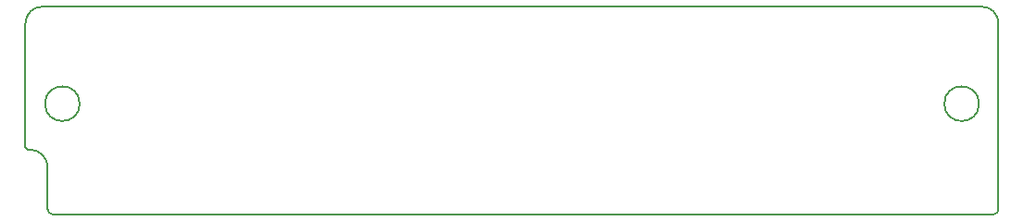
<source format=gm1>
G04 #@! TF.GenerationSoftware,KiCad,Pcbnew,(5.1.5-0-10_14)*
G04 #@! TF.CreationDate,2020-05-16T13:12:57-04:00*
G04 #@! TF.ProjectId,simm-30-4mb,73696d6d-2d33-4302-9d34-6d622e6b6963,rev?*
G04 #@! TF.SameCoordinates,Original*
G04 #@! TF.FileFunction,Profile,NP*
%FSLAX46Y46*%
G04 Gerber Fmt 4.6, Leading zero omitted, Abs format (unit mm)*
G04 Created by KiCad (PCBNEW (5.1.5-0-10_14)) date 2020-05-16 13:12:57*
%MOMM*%
%LPD*%
G04 APERTURE LIST*
%ADD10C,0.200000*%
%ADD11C,0.150000*%
G04 APERTURE END LIST*
D10*
X76454000Y-95631000D02*
G75*
G02X76200000Y-95377000I0J254000D01*
G01*
X78740000Y-101600000D02*
G75*
G02X78232000Y-101092000I0J508000D01*
G01*
X76200000Y-84074000D02*
G75*
G02X77724000Y-82550000I1524000J0D01*
G01*
X163576000Y-82550000D02*
G75*
G02X165100000Y-84074000I0J-1524000D01*
G01*
X165100000Y-101092000D02*
G75*
G02X164592000Y-101600000I-508000J0D01*
G01*
X76581000Y-95631000D02*
X76454000Y-95631000D01*
X78232000Y-101092000D02*
X78232000Y-97282000D01*
D11*
X81153000Y-91440000D02*
G75*
G03X81153000Y-91440000I-1587500J0D01*
G01*
X163322000Y-91440000D02*
G75*
G03X163322000Y-91440000I-1587500J0D01*
G01*
D10*
X76200000Y-95377000D02*
X76200000Y-84074000D01*
X76581000Y-95631000D02*
G75*
G02X78232000Y-97282000I0J-1651000D01*
G01*
X165100000Y-84074000D02*
X165100000Y-101092000D01*
X77724000Y-82550000D02*
X163576000Y-82550000D01*
X164592000Y-101600000D02*
X78740000Y-101600000D01*
M02*

</source>
